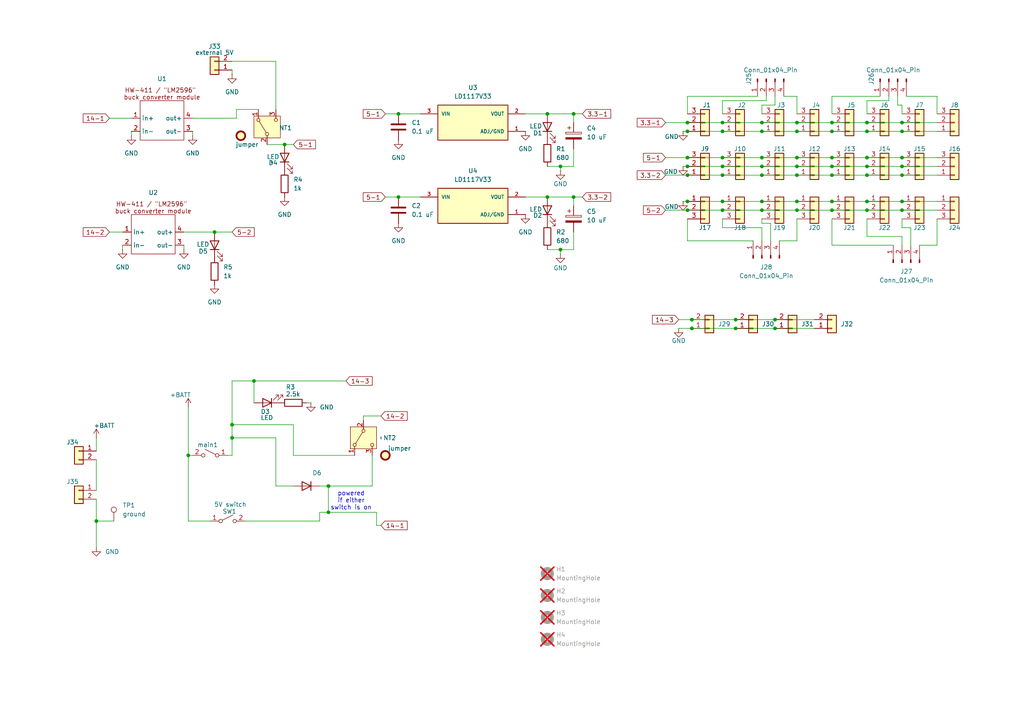
<source format=kicad_sch>
(kicad_sch (version 20250114) (generator "eeschema") (generator_version "9.0")
  (paper "A4")
  (title_block (title "218-PDB") (rev "2.0") (company "SPDL") (comment 1 "v2.0 by Joshua Phelps joshuaphelps127@gmail.com joshua18@stanford.edu"))
  (lib_symbols
    (symbol "218-pdb:Conn_01x02" (pin_names (offset 1.016) (hide yes))
      (property "Reference" "J" (at 0 2.54 0))
      (symbol "Conn_01x02_1_1"
        (pin passive line (at -5.08 0 0) (length 3.81) (name "Pin_1") (number "1"))
        (pin passive line (at -5.08 -2.54 0) (length 3.81) (name "Pin_2") (number "2"))
      )
    )
    (symbol "218-pdb:Conn_01x03" (pin_names (offset 1.016) (hide yes))
      (property "Reference" "J" (at 0 5.08 0))
      (symbol "Conn_01x03_1_1"
        (pin passive line (at -5.08 2.54 0) (length 3.81) (name "Pin_1") (number "1"))
        (pin passive line (at -5.08 0 0) (length 3.81) (name "Pin_2") (number "2"))
        (pin passive line (at -5.08 -2.54 0) (length 3.81) (name "Pin_3") (number "3"))
      )
    )
    (symbol "218-pdb:LD1117V33" (pin_names (offset 1.016))
      (property "Reference" "U" (at -10.16 5.842 0))
      (property "Value" "LD1117V33" (at -10.16 -7.62 0))
      (symbol "LD1117V33_0_0"
        (pin input line (at -15.24 2.54 0) (length 5.08) (name "VIN") (number "3"))
        (pin output line (at 15.24 2.54 180) (length 5.08) (name "VOUT") (number "2"))
        (pin passive line (at 15.24 -2.54 180) (length 5.08) (name "ADJ/GND") (number "1"))
      )
    )
    (symbol "218-pdb:buck_converter_module"
      (property "Reference" "U" (at 0 1.27 0))
      (symbol "buck_converter_module_1_1"
        (text "HW-411 / \"LM2596\" \nbuck converter module" (at 0 4.572 0) (effects (font (size 1.27 1.27))))
        (pin power_in line (at -8.89 -2.54 0) (length 2.54) (name "in+") (number "1"))
        (pin power_in line (at -8.89 -6.35 0) (length 2.54) (name "in-") (number "2"))
        (pin power_out line (at 8.89 -2.54 180) (length 2.54) (name "out+") (number "4"))
        (pin power_out line (at 8.89 -6.35 180) (length 2.54) (name "out-") (number "3"))
      )
    )
    (symbol "Connector:Conn_01x04_Pin" (pin_names (offset 1.016) (hide yes))
      (property "Reference" "J" (at 0 5.08 0))
      (property "Value" "Conn_01x04_Pin" (at 0 -7.62 0))
      (symbol "Conn_01x04_Pin_1_1"
        (pin passive line (at 5.08 2.54 180) (length 3.81) (name "Pin_1") (number "1"))
        (pin passive line (at 5.08 0 180) (length 3.81) (name "Pin_2") (number "2"))
        (pin passive line (at 5.08 -2.54 180) (length 3.81) (name "Pin_3") (number "3"))
        (pin passive line (at 5.08 -5.08 180) (length 3.81) (name "Pin_4") (number "4"))
      )
    )
    (symbol "Connector:TestPoint" (pin_numbers (hide yes)) (pin_names (offset 0.762) (hide yes))
      (property "Reference" "TP" (at 0 6.858 0))
      (property "Value" "TestPoint" (at 0 5.08 0))
      (symbol "TestPoint_1_1"
        (pin passive line (at 0 0 90) (length 2.54) (name "1") (number "1"))
      )
    )
    (symbol "Device:C" (pin_numbers (hide yes)) (pin_names (offset 0.254))
      (property "Reference" "C" (at 0.635 2.54 0))
      (property "Value" "C" (at 0.635 -2.54 0))
      (symbol "C_1_1"
        (pin passive line (at 0 3.81 270) (length 2.794) (name "~") (number "1"))
        (pin passive line (at 0 -3.81 90) (length 2.794) (name "~") (number "2"))
      )
    )
    (symbol "Device:C_Polarized" (pin_numbers (hide yes)) (pin_names (offset 0.254))
      (property "Reference" "C" (at 0.635 2.54 0))
      (property "Value" "C_Polarized" (at 0.635 -2.54 0))
      (symbol "C_Polarized_1_1"
        (pin passive line (at 0 3.81 270) (length 2.794) (name "~") (number "1"))
        (pin passive line (at 0 -3.81 90) (length 2.794) (name "~") (number "2"))
      )
    )
    (symbol "Device:D" (pin_numbers (hide yes)) (pin_names (offset 1.016) (hide yes))
      (property "Reference" "D" (at 0 2.54 0))
      (property "Value" "D" (at 0 -2.54 0))
      (symbol "D_1_1"
        (pin passive line (at -3.81 0 0) (length 2.54) (name "K") (number "1"))
        (pin passive line (at 3.81 0 180) (length 2.54) (name "A") (number "2"))
      )
    )
    (symbol "Device:LED" (pin_numbers (hide yes)) (pin_names (offset 1.016) (hide yes))
      (property "Reference" "D" (at 0 2.54 0))
      (property "Value" "LED" (at 0 -2.54 0))
      (symbol "LED_1_1"
        (pin passive line (at -3.81 0 0) (length 2.54) (name "K") (number "1"))
        (pin passive line (at 3.81 0 180) (length 2.54) (name "A") (number "2"))
      )
    )
    (symbol "Device:R" (pin_numbers (hide yes)) (pin_names (offset 0))
      (property "Reference" "R" (at 2.032 0 90))
      (property "Value" "R" (at 0 0 90))
      (symbol "R_1_1"
        (pin passive line (at 0 3.81 270) (length 1.27) (name "~") (number "1"))
        (pin passive line (at 0 -3.81 90) (length 1.27) (name "~") (number "2"))
      )
    )
    (symbol "Mechanical:Fiducial" (in_bom no)
      (property "Reference" "FID" (at 0 5.08 0))
      (property "Value" "Fiducial" (at 0 3.175 0))
    )
    (symbol "Mechanical:MountingHole" (pin_names (offset 1.016)) (in_bom no)
      (property "Reference" "H" (at 0 5.08 0))
      (property "Value" "MountingHole" (at 0 3.175 0))
    )
    (symbol "Switch:SW_SPDT" (pin_names (offset 0) (hide yes))
      (property "Reference" "SW" (at 0 5.08 0))
      (property "Value" "SW_SPDT" (at 0 -5.08 0))
      (symbol "SW_SPDT_1_1"
        (pin passive line (at -5.08 0 0) (length 2.54) (name "B") (number "2"))
        (pin passive line (at 5.08 2.54 180) (length 2.54) (name "A") (number "1"))
        (pin passive line (at 5.08 -2.54 180) (length 2.54) (name "C") (number "3"))
      )
    )
    (symbol "Switch:SW_SPST" (pin_names (offset 0) (hide yes))
      (property "Reference" "SW" (at 0 3.175 0))
      (property "Value" "SW_SPST" (at 0 -2.54 0))
      (symbol "SW_SPST_1_1"
        (pin passive line (at -5.08 0 0) (length 2.54) (name "A") (number "1"))
        (pin passive line (at 5.08 0 180) (length 2.54) (name "B") (number "2"))
      )
    )
    (symbol "power:+BATT" (power) (pin_numbers (hide yes)) (pin_names (offset 0) (hide yes))
      (property "Value" "+BATT" (at 0 3.556 0))
      (symbol "+BATT_1_1"
        (pin power_in line (at 0 0 90) (length 0) (name "~") (number "1"))
      )
    )
    (symbol "power:GND" (power) (pin_numbers (hide yes)) (pin_names (offset 0) (hide yes))
      (property "Value" "GND" (at 0 -3.81 0))
      (symbol "GND_1_1"
        (pin power_in line (at 0 0 270) (length 0) (name "~") (number "1"))
      )
    )
  )
  (text "powered\nif either\nswitch is on" (at 101.854 145.288 0) (effects (font (size 1.27 1.27))))
  (junction (at 115.57 57.15))
  (junction (at 224.79 92.71))
  (junction (at 261.62 45.72))
  (junction (at 209.55 38.1))
  (junction (at 220.98 45.72))
  (junction (at 241.3 35.56))
  (junction (at 200.66 92.71))
  (junction (at 199.39 45.72))
  (junction (at 158.75 57.15))
  (junction (at 27.94 151.13))
  (junction (at 166.37 33.02))
  (junction (at 67.31 123.19))
  (junction (at 251.46 50.8))
  (junction (at 220.98 60.96))
  (junction (at 67.31 127))
  (junction (at 162.56 48.26))
  (junction (at 261.62 50.8))
  (junction (at 199.39 48.26))
  (junction (at 199.39 50.8))
  (junction (at 199.39 60.96))
  (junction (at 251.46 35.56))
  (junction (at 251.46 38.1))
  (junction (at 199.39 58.42))
  (junction (at 220.98 58.42))
  (junction (at 73.66 110.49))
  (junction (at 261.62 60.96))
  (junction (at 241.3 48.26))
  (junction (at 62.23 67.31))
  (junction (at 261.62 38.1))
  (junction (at 261.62 48.26))
  (junction (at 220.98 38.1))
  (junction (at 95.25 148.59))
  (junction (at 220.98 48.26))
  (junction (at 213.36 95.25))
  (junction (at 251.46 60.96))
  (junction (at 231.14 45.72))
  (junction (at 199.39 35.56))
  (junction (at 115.57 33.02))
  (junction (at 54.61 132.08))
  (junction (at 231.14 35.56))
  (junction (at 241.3 60.96))
  (junction (at 261.62 58.42))
  (junction (at 241.3 45.72))
  (junction (at 158.75 33.02))
  (junction (at 209.55 35.56))
  (junction (at 199.39 38.1))
  (junction (at 209.55 50.8))
  (junction (at 209.55 48.26))
  (junction (at 209.55 45.72))
  (junction (at 251.46 48.26))
  (junction (at 209.55 60.96))
  (junction (at 251.46 58.42))
  (junction (at 166.37 57.15))
  (junction (at 200.66 95.25))
  (junction (at 82.55 41.91))
  (junction (at 231.14 50.8))
  (junction (at 213.36 92.71))
  (junction (at 251.46 45.72))
  (junction (at 241.3 58.42))
  (junction (at 261.62 35.56))
  (junction (at 209.55 58.42))
  (junction (at 231.14 48.26))
  (junction (at 241.3 38.1))
  (junction (at 95.25 140.97))
  (junction (at 220.98 35.56))
  (junction (at 162.56 72.39))
  (junction (at 220.98 50.8))
  (junction (at 231.14 38.1))
  (junction (at 224.79 95.25))
  (junction (at 231.14 60.96))
  (junction (at 241.3 50.8))
  (junction (at 231.14 58.42))
  (wire (pts (xy 251.46 38.1) (xy 261.62 38.1)))
  (wire (pts (xy 262.89 27.94) (xy 271.78 27.94)))
  (wire (pts (xy 199.39 48.26) (xy 209.55 48.26)))
  (wire (pts (xy 92.71 151.13) (xy 92.71 148.59)))
  (wire (pts (xy 31.75 67.31) (xy 35.56 67.31)))
  (wire (pts (xy 209.55 48.26) (xy 220.98 48.26)))
  (wire (pts (xy 38.1 34.29) (xy 31.75 34.29)))
  (wire (pts (xy 271.78 27.94) (xy 271.78 33.02)))
  (wire (pts (xy 251.46 48.26) (xy 261.62 48.26)))
  (wire (pts (xy 231.14 60.96) (xy 241.3 60.96)))
  (wire (pts (xy 107.95 140.97) (xy 107.95 132.08)))
  (wire (pts (xy 95.25 140.97) (xy 95.25 148.59)))
  (wire (pts (xy 35.56 71.12) (xy 35.56 72.39)))
  (wire (pts (xy 166.37 43.18) (xy 166.37 48.26)))
  (wire (pts (xy 105.41 120.65) (xy 110.49 120.65)))
  (wire (pts (xy 198.12 58.42) (xy 199.39 58.42)))
  (wire (pts (xy 264.16 66.04) (xy 261.62 66.04)))
  (wire (pts (xy 67.31 21.59) (xy 67.31 20.32)))
  (wire (pts (xy 85.09 132.08) (xy 85.09 123.19)))
  (wire (pts (xy 85.09 123.19) (xy 67.31 123.19)))
  (wire (pts (xy 251.46 35.56) (xy 261.62 35.56)))
  (wire (pts (xy 109.22 152.4) (xy 110.49 152.4)))
  (wire (pts (xy 162.56 72.39) (xy 166.37 72.39)))
  (wire (pts (xy 162.56 48.26) (xy 158.75 48.26)))
  (wire (pts (xy 209.55 45.72) (xy 220.98 45.72)))
  (wire (pts (xy 261.62 68.58) (xy 261.62 71.12)))
  (wire (pts (xy 251.46 50.8) (xy 261.62 50.8)))
  (wire (pts (xy 73.66 110.49) (xy 73.66 116.84)))
  (wire (pts (xy 27.94 127) (xy 27.94 130.81)))
  (wire (pts (xy 111.76 57.15) (xy 115.57 57.15)))
  (wire (pts (xy 67.31 110.49) (xy 67.31 123.19)))
  (wire (pts (xy 209.55 33.02) (xy 209.55 29.21)))
  (wire (pts (xy 241.3 35.56) (xy 251.46 35.56)))
  (wire (pts (xy 209.55 50.8) (xy 220.98 50.8)))
  (wire (pts (xy 77.47 41.91) (xy 82.55 41.91)))
  (wire (pts (xy 38.1 38.1) (xy 38.1 39.37)))
  (wire (pts (xy 220.98 45.72) (xy 231.14 45.72)))
  (wire (pts (xy 200.66 95.25) (xy 213.36 95.25)))
  (wire (pts (xy 241.3 71.12) (xy 259.08 71.12)))
  (wire (pts (xy 90.17 116.84) (xy 88.9 116.84)))
  (wire (pts (xy 224.79 27.94) (xy 224.79 30.48)))
  (wire (pts (xy 152.4 33.02) (xy 158.75 33.02)))
  (wire (pts (xy 251.46 60.96) (xy 261.62 60.96)))
  (wire (pts (xy 105.41 120.65) (xy 105.41 121.92)))
  (wire (pts (xy 68.58 34.29) (xy 68.58 31.75)))
  (wire (pts (xy 102.87 132.08) (xy 85.09 132.08)))
  (wire (pts (xy 54.61 132.08) (xy 55.88 132.08)))
  (wire (pts (xy 220.98 48.26) (xy 231.14 48.26)))
  (wire (pts (xy 220.98 60.96) (xy 231.14 60.96)))
  (wire (pts (xy 227.33 27.94) (xy 231.14 27.94)))
  (wire (pts (xy 231.14 50.8) (xy 241.3 50.8)))
  (wire (pts (xy 222.25 29.21) (xy 222.25 27.94)))
  (wire (pts (xy 162.56 48.26) (xy 166.37 48.26)))
  (wire (pts (xy 152.4 57.15) (xy 158.75 57.15)))
  (wire (pts (xy 85.09 140.97) (xy 80.01 140.97)))
  (wire (pts (xy 199.39 38.1) (xy 198.12 38.1)))
  (wire (pts (xy 241.3 45.72) (xy 251.46 45.72)))
  (wire (pts (xy 73.66 110.49) (xy 100.33 110.49)))
  (wire (pts (xy 220.98 30.48) (xy 224.79 30.48)))
  (wire (pts (xy 85.09 41.91) (xy 82.55 41.91)))
  (wire (pts (xy 241.3 38.1) (xy 251.46 38.1)))
  (wire (pts (xy 251.46 33.02) (xy 251.46 29.21)))
  (wire (pts (xy 193.04 50.8) (xy 199.39 50.8)))
  (wire (pts (xy 199.39 45.72) (xy 209.55 45.72)))
  (wire (pts (xy 27.94 151.13) (xy 33.02 151.13)))
  (wire (pts (xy 261.62 58.42) (xy 271.78 58.42)))
  (wire (pts (xy 95.25 148.59) (xy 109.22 148.59)))
  (wire (pts (xy 209.55 29.21) (xy 222.25 29.21)))
  (wire (pts (xy 111.76 33.02) (xy 115.57 33.02)))
  (wire (pts (xy 166.37 33.02) (xy 158.75 33.02)))
  (wire (pts (xy 220.98 66.04) (xy 220.98 69.85)))
  (wire (pts (xy 166.37 57.15) (xy 168.91 57.15)))
  (wire (pts (xy 231.14 45.72) (xy 241.3 45.72)))
  (wire (pts (xy 251.46 45.72) (xy 261.62 45.72)))
  (wire (pts (xy 271.78 71.12) (xy 266.7 71.12)))
  (wire (pts (xy 261.62 35.56) (xy 271.78 35.56)))
  (wire (pts (xy 251.46 63.5) (xy 251.46 68.58)))
  (wire (pts (xy 261.62 63.5) (xy 261.62 66.04)))
  (wire (pts (xy 220.98 33.02) (xy 220.98 30.48)))
  (wire (pts (xy 193.04 35.56) (xy 199.39 35.56)))
  (wire (pts (xy 27.94 144.78) (xy 27.94 151.13)))
  (wire (pts (xy 209.55 60.96) (xy 220.98 60.96)))
  (wire (pts (xy 196.85 95.25) (xy 200.66 95.25)))
  (wire (pts (xy 261.62 30.48) (xy 260.35 30.48)))
  (wire (pts (xy 193.04 60.96) (xy 199.39 60.96)))
  (wire (pts (xy 109.22 152.4) (xy 109.22 148.59)))
  (wire (pts (xy 67.31 123.19) (xy 67.31 127)))
  (wire (pts (xy 220.98 63.5) (xy 220.98 64.77)))
  (wire (pts (xy 261.62 60.96) (xy 271.78 60.96)))
  (wire (pts (xy 55.88 38.1) (xy 55.88 39.37)))
  (wire (pts (xy 199.39 58.42) (xy 209.55 58.42)))
  (wire (pts (xy 220.98 38.1) (xy 231.14 38.1)))
  (wire (pts (xy 199.39 50.8) (xy 209.55 50.8)))
  (wire (pts (xy 27.94 133.35) (xy 27.94 142.24)))
  (wire (pts (xy 224.79 95.25) (xy 236.22 95.25)))
  (wire (pts (xy 251.46 68.58) (xy 261.62 68.58)))
  (wire (pts (xy 193.04 45.72) (xy 199.39 45.72)))
  (wire (pts (xy 251.46 58.42) (xy 261.62 58.42)))
  (wire (pts (xy 67.31 127) (xy 67.31 132.08)))
  (wire (pts (xy 241.3 58.42) (xy 251.46 58.42)))
  (wire (pts (xy 27.94 151.13) (xy 27.94 158.75)))
  (wire (pts (xy 220.98 64.77) (xy 223.52 64.77)))
  (wire (pts (xy 231.14 27.94) (xy 231.14 33.02)))
  (wire (pts (xy 220.98 58.42) (xy 231.14 58.42)))
  (wire (pts (xy 219.71 27.94) (xy 199.39 27.94)))
  (wire (pts (xy 199.39 38.1) (xy 209.55 38.1)))
  (wire (pts (xy 115.57 57.15) (xy 121.92 57.15)))
  (wire (pts (xy 80.01 127) (xy 67.31 127)))
  (wire (pts (xy 162.56 73.66) (xy 162.56 72.39)))
  (wire (pts (xy 261.62 45.72) (xy 271.78 45.72)))
  (wire (pts (xy 54.61 118.11) (xy 54.61 132.08)))
  (wire (pts (xy 241.3 50.8) (xy 251.46 50.8)))
  (wire (pts (xy 261.62 33.02) (xy 261.62 30.48)))
  (wire (pts (xy 199.39 69.85) (xy 218.44 69.85)))
  (wire (pts (xy 53.34 67.31) (xy 62.23 67.31)))
  (wire (pts (xy 251.46 29.21) (xy 257.81 29.21)))
  (wire (pts (xy 55.88 34.29) (xy 68.58 34.29)))
  (wire (pts (xy 92.71 140.97) (xy 95.25 140.97)))
  (wire (pts (xy 257.81 29.21) (xy 257.81 27.94)))
  (wire (pts (xy 67.31 110.49) (xy 73.66 110.49)))
  (wire (pts (xy 80.01 17.78) (xy 80.01 31.75)))
  (wire (pts (xy 71.12 151.13) (xy 92.71 151.13)))
  (wire (pts (xy 264.16 71.12) (xy 264.16 66.04)))
  (wire (pts (xy 209.55 38.1) (xy 220.98 38.1)))
  (wire (pts (xy 95.25 140.97) (xy 107.95 140.97)))
  (wire (pts (xy 54.61 132.08) (xy 54.61 151.13)))
  (wire (pts (xy 53.34 71.12) (xy 53.34 72.39)))
  (wire (pts (xy 261.62 48.26) (xy 271.78 48.26)))
  (wire (pts (xy 196.85 92.71) (xy 200.66 92.71)))
  (wire (pts (xy 199.39 35.56) (xy 209.55 35.56)))
  (wire (pts (xy 241.3 63.5) (xy 241.3 71.12)))
  (wire (pts (xy 224.79 92.71) (xy 236.22 92.71)))
  (wire (pts (xy 241.3 27.94) (xy 255.27 27.94)))
  (wire (pts (xy 166.37 59.69) (xy 166.37 57.15)))
  (wire (pts (xy 62.23 67.31) (xy 67.31 67.31)))
  (wire (pts (xy 231.14 35.56) (xy 241.3 35.56)))
  (wire (pts (xy 231.14 48.26) (xy 241.3 48.26)))
  (wire (pts (xy 80.01 140.97) (xy 80.01 127)))
  (wire (pts (xy 231.14 58.42) (xy 241.3 58.42)))
  (wire (pts (xy 220.98 50.8) (xy 231.14 50.8)))
  (wire (pts (xy 241.3 33.02) (xy 241.3 27.94)))
  (wire (pts (xy 209.55 58.42) (xy 220.98 58.42)))
  (wire (pts (xy 166.37 35.56) (xy 166.37 33.02)))
  (wire (pts (xy 200.66 92.71) (xy 213.36 92.71)))
  (wire (pts (xy 199.39 63.5) (xy 199.39 69.85)))
  (wire (pts (xy 166.37 67.31) (xy 166.37 72.39)))
  (wire (pts (xy 198.12 48.26) (xy 199.39 48.26)))
  (wire (pts (xy 92.71 148.59) (xy 95.25 148.59)))
  (wire (pts (xy 231.14 63.5) (xy 231.14 69.85)))
  (wire (pts (xy 260.35 27.94) (xy 260.35 30.48)))
  (wire (pts (xy 223.52 64.77) (xy 223.52 69.85)))
  (wire (pts (xy 199.39 60.96) (xy 209.55 60.96)))
  (wire (pts (xy 261.62 38.1) (xy 271.78 38.1)))
  (wire (pts (xy 231.14 38.1) (xy 241.3 38.1)))
  (wire (pts (xy 261.62 50.8) (xy 271.78 50.8)))
  (wire (pts (xy 115.57 33.02) (xy 121.92 33.02)))
  (wire (pts (xy 271.78 63.5) (xy 271.78 71.12)))
  (wire (pts (xy 166.37 33.02) (xy 168.91 33.02)))
  (wire (pts (xy 220.98 35.56) (xy 231.14 35.56)))
  (wire (pts (xy 68.58 31.75) (xy 74.93 31.75)))
  (wire (pts (xy 209.55 66.04) (xy 220.98 66.04)))
  (wire (pts (xy 166.37 57.15) (xy 158.75 57.15)))
  (wire (pts (xy 213.36 95.25) (xy 224.79 95.25)))
  (wire (pts (xy 162.56 72.39) (xy 158.75 72.39)))
  (wire (pts (xy 209.55 35.56) (xy 220.98 35.56)))
  (wire (pts (xy 209.55 63.5) (xy 209.55 66.04)))
  (wire (pts (xy 241.3 48.26) (xy 251.46 48.26)))
  (wire (pts (xy 162.56 49.53) (xy 162.56 48.26)))
  (wire (pts (xy 199.39 27.94) (xy 199.39 33.02)))
  (wire (pts (xy 54.61 151.13) (xy 60.96 151.13)))
  (wire (pts (xy 213.36 92.71) (xy 224.79 92.71)))
  (wire (pts (xy 67.31 17.78) (xy 80.01 17.78)))
  (wire (pts (xy 66.04 132.08) (xy 67.31 132.08)))
  (wire (pts (xy 241.3 60.96) (xy 251.46 60.96)))
  (wire (pts (xy 231.14 69.85) (xy 226.06 69.85)))
  (global_label "5-2" (shape input) (at 193.04 60.96 180) (property "Intersheetrefs" "${INTERSHEET_REFS}" (effects (hide yes))))
  (global_label "5-1" (shape input) (at 85.09 41.91 0) (property "Intersheetrefs" "${INTERSHEET_REFS}" (effects (hide yes))))
  (global_label "3.3-1" (shape input) (at 168.91 33.02 0) (property "Intersheetrefs" "${INTERSHEET_REFS}" (effects (hide yes))))
  (global_label "14-1" (shape input) (at 110.49 152.4 0) (property "Intersheetrefs" "${INTERSHEET_REFS}" (effects (hide yes))))
  (global_label "14-3" (shape input) (at 196.85 92.71 180) (property "Intersheetrefs" "${INTERSHEET_REFS}" (effects (hide yes))))
  (global_label "14-3" (shape input) (at 100.33 110.49 0) (property "Intersheetrefs" "${INTERSHEET_REFS}" (effects (hide yes))))
  (global_label "3.3-1" (shape input) (at 193.04 35.56 180) (property "Intersheetrefs" "${INTERSHEET_REFS}" (effects (hide yes))))
  (global_label "5-2" (shape input) (at 67.31 67.31 0) (property "Intersheetrefs" "${INTERSHEET_REFS}" (effects (hide yes))))
  (global_label "14-2" (shape input) (at 110.49 120.65 0) (property "Intersheetrefs" "${INTERSHEET_REFS}" (effects (hide yes))))
  (global_label "5-1" (shape input) (at 111.76 33.02 180) (property "Intersheetrefs" "${INTERSHEET_REFS}" (effects (hide yes))))
  (global_label "5-1" (shape input) (at 193.04 45.72 180) (property "Intersheetrefs" "${INTERSHEET_REFS}" (effects (hide yes))))
  (global_label "3.3-2" (shape input) (at 168.91 57.15 0) (property "Intersheetrefs" "${INTERSHEET_REFS}" (effects (hide yes))))
  (global_label "5-1" (shape input) (at 111.76 57.15 180) (property "Intersheetrefs" "${INTERSHEET_REFS}" (effects (hide yes))))
  (global_label "3.3-2" (shape input) (at 193.04 50.8 180) (property "Intersheetrefs" "${INTERSHEET_REFS}" (effects (hide yes))))
  (global_label "14-2" (shape input) (at 31.75 67.31 180) (property "Intersheetrefs" "${INTERSHEET_REFS}" (effects (hide yes))))
  (global_label "14-1" (shape input) (at 31.75 34.29 180) (property "Intersheetrefs" "${INTERSHEET_REFS}" (effects (hide yes))))
  (symbol (lib_id "power:GND") (at 27.94 158.75 0) (unit 1)
    (property "Reference" "#PWR019" (effects (hide yes)))
    (property "Value" "GND" (at 30.48 160.0199 0) (effects (justify left)))
    (property "Description" "Power symbol creates a global label with name \"GND\" , ground" (effects (hide yes)))
  )
  (symbol (lib_id "218-pdb:Conn_01x02") (at 229.87 95.25 0) (mirror x) (unit 1)
    (property "Reference" "J31" (at 232.41 93.9801 0) (effects (justify left)))
    (property "Value" "14 V molex" (effects (hide yes)))
    (property "Footprint" "218-pdb:Molex_KK-396_A-41791-0002_1x02_P3.96mm_Vertical" (effects (hide yes)))
    (property "Datasheet" "https://www.digikey.com/en/products/detail/molex/0026604020/88712" (effects (hide yes)))
    (property "Description" "Generic connector, single row, 01x02, script generated (kicad-library-utils/schlib/autogen/connector/)" (effects (hide yes)))
    (property "mount_type" "tht" (effects (hide yes)))
    (property "Part_Number" "2 pin KK396 molex 0026604020" (effects (hide yes)))
  )
  (symbol (lib_id "Device:LED") (at 62.23 71.12 90) (unit 1)
    (property "Reference" "D5" (at 58.928 72.898 90))
    (property "Value" "LED" (at 60.706 70.866 90) (effects (justify left)))
    (property "Footprint" "218-pdb:LED_D3.0mm" (effects (hide yes)))
    (property "Description" "Light emitting diode" (effects (hide yes)))
    (property "Sim.Pins" "1=K 2=A" (effects (hide yes)))
    (property "mount_type" "tht" (effects (hide yes)))
    (property "Part_Number" "3 mm diameter LED" (effects (hide yes)))
  )
  (symbol (lib_id "218-pdb:Conn_01x02") (at 22.86 130.81 0) (mirror y) (unit 1)
    (property "Reference" "J34" (at 22.8601 128.27 0) (effects (justify left)))
    (property "Value" "battery" (effects (hide yes)))
    (property "Footprint" "218-pdb:CUI_TB007-508-02BE" (effects (hide yes)))
    (property "Description" "Generic connector, single row, 01x02, script generated (kicad-library-utils/schlib/autogen/connector/)" (effects (hide yes)))
    (property "mount_type" "tht" (effects (hide yes)))
    (property "Part_Number" "screw terminal, 5.08\" pitch, TB007-508-02BE" (effects (hide yes)))
  )
  (symbol (lib_id "Device:C_Polarized") (at 166.37 39.37 0) (unit 1)
    (property "Reference" "C4" (at 170.18 37.2109 0) (effects (justify left)))
    (property "Value" "10 uF" (at 170.18 39.7509 0) (effects (justify left)))
    (property "Footprint" "Capacitor_THT:C_Disc_D3.8mm_W2.6mm_P2.50mm" (effects (hide yes)))
    (property "Description" "Polarized capacitor" (effects (hide yes)))
    (property "mount_type" "tht" (effects (hide yes)))
    (property "Part_Number" "10uF tantalum (polarized) capacitor" (effects (hide yes)))
  )
  (symbol (lib_id "218-pdb:LD1117V33") (at 137.16 35.56 0) (unit 1)
    (property "Reference" "U3" (at 137.16 25.4 0))
    (property "Value" "LD1117V33" (at 137.16 27.94 0))
    (property "Footprint" "218-pdb:TO255P1020X450X1968-3" (effects (hide yes)))
    (property "Datasheet" "https://www.digikey.com/en/products/detail/stmicroelectronics/LD1117V33/586012" (effects (hide yes)))
    (property "DigiKey_Part_Number" "497-1491-5-ND" (effects (hide yes)))
    (property "SnapEDA_Link" "https://www.snapeda.com/parts/LD1117V33/STMicroelectronics/view-part/?ref=snap" (effects (hide yes)))
    (property "MAXIMUM_PACKAGE_HEIGHT" "19.68mm" (effects (hide yes)))
    (property "Package" "TO-220 STMicroelectronics" (effects (hide yes)))
    (property "Check_prices" "https://www.snapeda.com/parts/LD1117V33/STMicroelectronics/view-part/?ref=eda" (effects (hide yes)))
    (property "STANDARD" "IPC-7351B" (effects (hide yes)))
    (property "PARTREV" "37" (effects (hide yes)))
    (property "MF" "STMicroelectronics" (effects (hide yes)))
    (property "MP" "LD1117V33" (effects (hide yes)))
    (property "Description_1" "Linear Voltage Regulator IC Positive Fixed 1 Output  800mA TO-220AB" (effects (hide yes)))
    (property "MANUFACTURER" "ST Microelectronics" (effects (hide yes)))
    (property "Manufacturer_Name" "STMicroelectronics" (effects (hide yes)))
    (property "digikey_part_number" "497-1491-5-ND" (effects (hide yes)))
    (property "mount_type" "tht" (effects (hide yes)))
    (property "Part_Number" "LD1117V33" (effects (hide yes)))
  )
  (symbol (lib_id "power:GND") (at 198.12 58.42 0) (unit 1)
    (property "Reference" "#PWR7" (effects (hide yes)))
    (property "Value" "GND" (at 194.818 59.944 0))
    (property "Description" "Power symbol creates a global label with name \"GND\" , ground" (effects (hide yes)))
  )
  (symbol (lib_id "Device:LED") (at 158.75 36.83 90) (unit 1)
    (property "Reference" "D1" (at 155.956 38.608 90))
    (property "Value" "LED" (at 157.226 36.576 90) (effects (justify left)))
    (property "Footprint" "218-pdb:LED_D3.0mm" (effects (hide yes)))
    (property "Description" "Light emitting diode" (effects (hide yes)))
    (property "Sim.Pins" "1=K 2=A" (effects (hide yes)))
    (property "mount_type" "tht" (effects (hide yes)))
    (property "Part_Number" "3 mm diameter LED" (effects (hide yes)))
  )
  (symbol (lib_id "Connector:TestPoint") (at 33.02 151.13 0) (unit 1)
    (property "Reference" "TP1" (at 35.56 146.5579 0) (effects (justify left)))
    (property "Value" "ground" (at 35.56 149.0979 0) (effects (justify left)))
    (property "Footprint" "TestPoint:TestPoint_Bridge_Pitch5.08mm_Drill0.7mm" (effects (hide yes)))
    (property "Description" "test point" (effects (hide yes)))
    (property "Part_Number" "piece of wire" (effects (hide yes)))
  )
  (symbol (lib_id "power:GND") (at 115.57 40.64 0) (unit 1)
    (property "Reference" "#PWR9" (effects (hide yes)))
    (property "Value" "GND" (at 115.57 45.72 0))
    (property "Description" "Power symbol creates a global label with name \"GND\" , ground" (effects (hide yes)))
  )
  (symbol (lib_id "power:GND") (at 62.23 82.55 0) (unit 1)
    (property "Reference" "#PWR17" (effects (hide yes)))
    (property "Value" "GND" (at 62.23 87.63 0))
    (property "Description" "Power symbol creates a global label with name \"GND\" , ground" (effects (hide yes)))
  )
  (symbol (lib_id "218-pdb:Conn_01x03") (at 256.54 35.56 0) (mirror x) (unit 1)
    (property "Reference" "J6" (at 256.54 30.48 0))
    (property "Value" "Conn_01x03" (effects (hide yes)))
    (property "Footprint" "218-pdb:Molex_KK-254_AE-6410-03A_1x03_P2.54mm_Vertical" (effects (hide yes)))
    (property "Datasheet" "https://www.digikey.com/en/products/detail/molex/0022232031/26669" (effects (hide yes)))
    (property "Description" "Generic connector, single row, 01x03, script generated (kicad-library-utils/schlib/autogen/connector/)" (effects (hide yes)))
    (property "mount_type" "tht" (effects (hide yes)))
    (property "Part_Number" "3 pin KK254 molex 0022232031" (effects (hide yes)))
  )
  (symbol (lib_id "Device:D") (at 88.9 140.97 180) (unit 1)
    (property "Reference" "D6" (at 91.948 137.16 0))
    (property "Value" "D" (effects (hide yes)))
    (property "Footprint" "Diode_THT:D_DO-41_SOD81_P2.54mm_Vertical_AnodeUp" (effects (hide yes)))
    (property "Description" "Diode" (effects (hide yes)))
    (property "Sim.Device" "D" (effects (hide yes)))
    (property "Sim.Pins" "1=K 2=A" (effects (hide yes)))
  )
  (symbol (lib_id "power:GND") (at 196.85 95.25 0) (mirror y) (unit 1)
    (property "Reference" "#PWR018" (effects (hide yes)))
    (property "Value" "GND" (at 196.85 98.806 0))
    (property "Description" "Power symbol creates a global label with name \"GND\" , ground" (effects (hide yes)))
  )
  (symbol (lib_id "power:GND") (at 82.55 57.15 0) (unit 1)
    (property "Reference" "#PWR16" (effects (hide yes)))
    (property "Value" "GND" (at 82.55 62.23 0))
    (property "Description" "Power symbol creates a global label with name \"GND\" , ground" (effects (hide yes)))
  )
  (symbol (lib_id "Device:R") (at 158.75 44.45 0) (unit 1)
    (property "Reference" "R1" (at 161.29 43.1799 0) (effects (justify left)))
    (property "Value" "680" (at 161.29 45.7199 0) (effects (justify left)))
    (property "Footprint" "Resistor_THT:R_Axial_DIN0309_L9.0mm_D3.2mm_P2.54mm_Vertical" (effects (hide yes)))
    (property "Description" "Resistor" (effects (hide yes)))
    (property "Manufacturer_Name" "any" (effects (hide yes)))
    (property "digikey_part_number" "n/a" (effects (hide yes)))
    (property "mount_type" "tht" (effects (hide yes)))
    (property "Part_Number" "spdl" (effects (hide yes)))
  )
  (symbol (lib_id "Device:C") (at 115.57 60.96 0) (unit 1)
    (property "Reference" "C2" (at 119.38 59.6899 0) (effects (justify left)))
    (property "Value" "0.1 uF" (at 119.38 62.2299 0) (effects (justify left)))
    (property "Footprint" "Capacitor_THT:C_Disc_D3.0mm_W2.0mm_P2.50mm" (effects (hide yes)))
    (property "Description" "Unpolarized capacitor" (effects (hide yes)))
    (property "mount_type" "tht" (effects (hide yes)))
    (property "Part_Number" "0.1 uF ceramic capacitor" (effects (hide yes)))
  )
  (symbol (lib_id "218-pdb:buck_converter_module") (at 46.99 31.75 0) (unit 1)
    (property "Reference" "U1" (at 46.99 22.86 0))
    (property "Footprint" "218-pdb:HW-411" (effects (hide yes)))
    (property "Datasheet" "https://www.amazon.com/LM2596-Converter-3-0-40V-1-5-35V-Supply/dp/B0CQZLV36Y" (effects (hide yes)))
    (property "Manufacturer_Name" "any" (effects (hide yes)))
    (property "digikey_part_number" "n/a" (effects (hide yes)))
    (property "mount_type" "tht" (effects (hide yes)))
    (property "Part_Number" "HW-411 lm2596 buck converter module" (effects (hide yes)))
  )
  (symbol (lib_id "Switch:SW_SPDT") (at 77.47 36.83 90) (unit 1)
    (property "Reference" "NT1" (at 82.804 37.084 90))
    (property "Value" "~" (at 78.74 46.99 0))
    (property "Footprint" "218-pdb:PinHeader_1x03_P2.54mm_Vertical" (effects (hide yes)))
    (property "Description" "Switch, single pole double throw" (effects (hide yes)))
    (property "Part_Number" "3 header pins 0.1\" pitch" (effects (hide yes)))
  )
  (symbol (lib_id "Mechanical:Fiducial") (at 69.85 39.37 0) (unit 1)
    (property "Reference" "FID3" (effects (hide yes)))
    (property "Value" "jumper" (at 68.326 41.91 0) (effects (justify left)))
    (property "Footprint" "218-pdb:jumper" (effects (hide yes)))
    (property "Description" "Fiducial Marker" (effects (hide yes)))
    (property "Part_Number" "pin jumper 0.1\" pitch Sullins QPC02SXGN-RC" (effects (hide yes)))
  )
  (symbol (lib_id "Mechanical:MountingHole") (at 158.75 185.42 0) (unit 1) (in_bom no) (dnp yes)
    (property "Reference" "H4" (at 161.29 184.1499 0) (effects (justify left)))
    (property "Value" "MountingHole" (at 161.29 186.6899 0) (effects (justify left)))
    (property "Footprint" "218-pdb:MountingHole_3.2mm_M3_ISO7380" (effects (hide yes)))
    (property "Description" "Mounting Hole without connection" (effects (hide yes)))
    (property "mount_type" "dnp" (effects (hide yes)))
  )
  (symbol (lib_id "power:GND") (at 115.57 64.77 0) (unit 1)
    (property "Reference" "#PWR10" (effects (hide yes)))
    (property "Value" "GND" (at 115.57 69.85 0))
    (property "Description" "Power symbol creates a global label with name \"GND\" , ground" (effects (hide yes)))
  )
  (symbol (lib_id "Device:R") (at 158.75 68.58 0) (unit 1)
    (property "Reference" "R2" (at 161.29 67.3099 0) (effects (justify left)))
    (property "Value" "680" (at 161.29 69.8499 0) (effects (justify left)))
    (property "Footprint" "Resistor_THT:R_Axial_DIN0309_L9.0mm_D3.2mm_P2.54mm_Vertical" (effects (hide yes)))
    (property "Description" "Resistor" (effects (hide yes)))
    (property "Manufacturer_Name" "any" (effects (hide yes)))
    (property "digikey_part_number" "n/a" (effects (hide yes)))
    (property "mount_type" "tht" (effects (hide yes)))
    (property "Part_Number" "spdl" (effects (hide yes)))
  )
  (symbol (lib_id "Switch:SW_SPDT") (at 105.41 127 90) (mirror x) (unit 1)
    (property "Reference" "NT2" (at 113.03 127 90))
    (property "Value" "~" (at 110.49 127 0))
    (property "Footprint" "218-pdb:PinHeader_1x03_P2.54mm_Vertical" (effects (hide yes)))
    (property "Description" "Switch, single pole double throw" (effects (hide yes)))
    (property "Part_Number" "3 header pins 0.1\" pitch" (effects (hide yes)))
  )
  (symbol (lib_id "power:GND") (at 198.12 48.26 0) (unit 1)
    (property "Reference" "#PWR011" (effects (hide yes)))
    (property "Value" "GND" (at 194.564 49.784 0))
    (property "Description" "Power symbol creates a global label with name \"GND\" , ground" (effects (hide yes)))
  )
  (symbol (lib_id "power:GND") (at 53.34 72.39 0) (unit 1)
    (property "Reference" "#PWR4" (effects (hide yes)))
    (property "Value" "GND" (at 53.34 77.47 0))
    (property "Description" "Power symbol creates a global label with name \"GND\" , ground" (effects (hide yes)))
  )
  (symbol (lib_id "Device:C") (at 115.57 36.83 0) (unit 1)
    (property "Reference" "C1" (at 119.38 35.5599 0) (effects (justify left)))
    (property "Value" "0.1 uF" (at 119.38 38.0999 0) (effects (justify left)))
    (property "Footprint" "Capacitor_THT:C_Disc_D3.0mm_W2.0mm_P2.50mm" (effects (hide yes)))
    (property "Description" "Unpolarized capacitor" (effects (hide yes)))
    (property "mount_type" "tht" (effects (hide yes)))
    (property "Part_Number" "0.1 uF ceramic capacitor" (effects (hide yes)))
  )
  (symbol (lib_id "218-pdb:Conn_01x03") (at 204.47 60.96 0) (unit 1)
    (property "Reference" "J17" (at 204.47 66.04 0))
    (property "Value" "Conn_01x03" (effects (hide yes)))
    (property "Footprint" "218-pdb:Molex_KK-254_AE-6410-03A_1x03_P2.54mm_Vertical" (effects (hide yes)))
    (property "Datasheet" "https://www.digikey.com/en/products/detail/molex/0022232031/26669" (effects (hide yes)))
    (property "Description" "Generic connector, single row, 01x03, script generated (kicad-library-utils/schlib/autogen/connector/)" (effects (hide yes)))
    (property "mount_type" "tht" (effects (hide yes)))
    (property "Part_Number" "3 pin KK254 molex 0022232031" (effects (hide yes)))
  )
  (symbol (lib_id "218-pdb:Conn_01x03") (at 266.7 35.56 0) (mirror x) (unit 1)
    (property "Reference" "J7" (at 266.7 30.48 0))
    (property "Value" "Conn_01x03" (effects (hide yes)))
    (property "Footprint" "218-pdb:Molex_KK-254_AE-6410-03A_1x03_P2.54mm_Vertical" (effects (hide yes)))
    (property "Datasheet" "https://www.digikey.com/en/products/detail/molex/0022232031/26669" (effects (hide yes)))
    (property "Description" "Generic connector, single row, 01x03, script generated (kicad-library-utils/schlib/autogen/connector/)" (effects (hide yes)))
    (property "mount_type" "tht" (effects (hide yes)))
    (property "Part_Number" "3 pin KK254 molex 0022232031" (effects (hide yes)))
  )
  (symbol (lib_id "Mechanical:MountingHole") (at 158.75 166.37 0) (unit 1) (in_bom no) (dnp yes)
    (property "Reference" "H1" (at 161.29 165.0999 0) (effects (justify left)))
    (property "Value" "MountingHole" (at 161.29 167.6399 0) (effects (justify left)))
    (property "Footprint" "218-pdb:MountingHole_3.2mm_M3_ISO7380" (effects (hide yes)))
    (property "Description" "Mounting Hole without connection" (effects (hide yes)))
    (property "mount_type" "dnp" (effects (hide yes)))
  )
  (symbol (lib_id "Switch:SW_SPST") (at 60.96 132.08 0) (mirror y) (unit 1)
    (property "Reference" "main1" (at 63.246 129.032 0) (effects (justify left)))
    (property "Value" "MotorSW" (effects (hide yes)))
    (property "Footprint" "218-pdb:CUI_TB007-508-02BE" (effects (hide yes)))
    (property "Description" "Generic connector, single row, 01x02, script generated (kicad-library-utils/schlib/autogen/connector/)" (effects (hide yes)))
    (property "mount_type" "tht" (effects (hide yes)))
    (property "Part_Number" "screw terminal, 5.08\" pitch, TB007-508-02BE" (effects (hide yes)))
  )
  (symbol (lib_id "218-pdb:Conn_01x02") (at 205.74 95.25 0) (mirror x) (unit 1)
    (property "Reference" "J29" (at 208.28 93.9801 0) (effects (justify left)))
    (property "Value" "14 V molex" (effects (hide yes)))
    (property "Footprint" "218-pdb:Molex_KK-396_A-41791-0002_1x02_P3.96mm_Vertical" (effects (hide yes)))
    (property "Datasheet" "https://www.digikey.com/en/products/detail/molex/0026604020/88712" (effects (hide yes)))
    (property "Description" "Generic connector, single row, 01x02, script generated (kicad-library-utils/schlib/autogen/connector/)" (effects (hide yes)))
    (property "mount_type" "tht" (effects (hide yes)))
    (property "Part_Number" "2 pin KK396 molex 0026604020" (effects (hide yes)))
  )
  (symbol (lib_id "Device:LED") (at 77.47 116.84 180) (unit 1)
    (property "Reference" "D3" (at 76.962 119.38 0))
    (property "Value" "LED" (at 79.248 121.158 0) (effects (justify left)))
    (property "Footprint" "218-pdb:LED_D3.0mm" (effects (hide yes)))
    (property "Description" "Light emitting diode" (effects (hide yes)))
    (property "Sim.Pins" "1=K 2=A" (effects (hide yes)))
    (property "mount_type" "tht" (effects (hide yes)))
    (property "Part_Number" "3 mm diameter LED" (effects (hide yes)))
  )
  (symbol (lib_id "Mechanical:MountingHole") (at 158.75 172.72 0) (unit 1) (in_bom no) (dnp yes)
    (property "Reference" "H2" (at 161.29 171.4499 0) (effects (justify left)))
    (property "Value" "MountingHole" (at 161.29 173.9899 0) (effects (justify left)))
    (property "Footprint" "218-pdb:MountingHole_3.2mm_M3_ISO7380" (effects (hide yes)))
    (property "Description" "Mounting Hole without connection" (effects (hide yes)))
    (property "mount_type" "dnp" (effects (hide yes)))
  )
  (symbol (lib_id "218-pdb:Conn_01x02") (at 218.44 95.25 0) (mirror x) (unit 1)
    (property "Reference" "J30" (at 220.98 93.9801 0) (effects (justify left)))
    (property "Value" "14 V molex" (effects (hide yes)))
    (property "Footprint" "218-pdb:Molex_KK-396_A-41791-0002_1x02_P3.96mm_Vertical" (effects (hide yes)))
    (property "Datasheet" "https://www.digikey.com/en/products/detail/molex/0026604020/88712" (effects (hide yes)))
    (property "Description" "Generic connector, single row, 01x02, script generated (kicad-library-utils/schlib/autogen/connector/)" (effects (hide yes)))
    (property "mount_type" "tht" (effects (hide yes)))
    (property "Part_Number" "2 pin KK396 molex 0026604020" (effects (hide yes)))
  )
  (symbol (lib_id "218-pdb:Conn_01x03") (at 204.47 35.56 0) (mirror x) (unit 1)
    (property "Reference" "J1" (at 204.978 30.48 0))
    (property "Value" "Conn_01x03" (effects (hide yes)))
    (property "Footprint" "218-pdb:Molex_KK-254_AE-6410-03A_1x03_P2.54mm_Vertical" (effects (hide yes)))
    (property "Datasheet" "https://www.digikey.com/en/products/detail/molex/0022232031/26669" (effects (hide yes)))
    (property "Description" "Generic connector, single row, 01x03, script generated (kicad-library-utils/schlib/autogen/connector/)" (effects (hide yes)))
    (property "mount_type" "tht" (effects (hide yes)))
    (property "Part_Number" "3 pin KK254 molex 0022232031" (effects (hide yes)))
  )
  (symbol (lib_id "power:GND") (at 162.56 73.66 0) (unit 1)
    (property "Reference" "#PWR13" (effects (hide yes)))
    (property "Value" "GND" (at 162.56 77.724 0))
    (property "Description" "Power symbol creates a global label with name \"GND\" , ground" (effects (hide yes)))
  )
  (symbol (lib_id "Connector:Conn_01x04_Pin") (at 222.25 22.86 90) (mirror x) (unit 1)
    (property "Reference" "J25" (at 217.17 22.86 0))
    (property "Value" "Conn_01x04_Pin" (at 223.52 20.32 90))
    (property "Footprint" "Connector_PinHeader_2.54mm:PinHeader_1x04_P2.54mm_Vertical" (effects (hide yes)))
    (property "Description" "Generic connector, single row, 01x04, script generated" (effects (hide yes)))
    (property "mount_type" "tht" (effects (hide yes)))
    (property "Part_Number" "4 header pins 0.1\" pitch" (effects (hide yes)))
  )
  (symbol (lib_id "218-pdb:Conn_01x03") (at 226.06 48.26 0) (mirror x) (unit 1)
    (property "Reference" "J11" (at 226.06 43.18 0))
    (property "Value" "Conn_01x03" (effects (hide yes)))
    (property "Footprint" "218-pdb:Molex_KK-254_AE-6410-03A_1x03_P2.54mm_Vertical" (effects (hide yes)))
    (property "Datasheet" "https://www.digikey.com/en/products/detail/molex/0022232031/26669" (effects (hide yes)))
    (property "Description" "Generic connector, single row, 01x03, script generated (kicad-library-utils/schlib/autogen/connector/)" (effects (hide yes)))
    (property "mount_type" "tht" (effects (hide yes)))
    (property "Part_Number" "3 pin KK254 molex 0022232031" (effects (hide yes)))
  )
  (symbol (lib_id "218-pdb:Conn_01x03") (at 256.54 48.26 0) (mirror x) (unit 1)
    (property "Reference" "J14" (at 256.54 43.18 0))
    (property "Value" "Conn_01x03" (effects (hide yes)))
    (property "Footprint" "218-pdb:Molex_KK-254_AE-6410-03A_1x03_P2.54mm_Vertical" (effects (hide yes)))
    (property "Datasheet" "https://www.digikey.com/en/products/detail/molex/0022232031/26669" (effects (hide yes)))
    (property "Description" "Generic connector, single row, 01x03, script generated (kicad-library-utils/schlib/autogen/connector/)" (effects (hide yes)))
    (property "mount_type" "tht" (effects (hide yes)))
    (property "Part_Number" "3 pin KK254 molex 0022232031" (effects (hide yes)))
  )
  (symbol (lib_id "Device:LED") (at 158.75 60.96 90) (unit 1)
    (property "Reference" "D2" (at 155.956 62.484 90))
    (property "Value" "LED" (at 157.226 60.706 90) (effects (justify left)))
    (property "Footprint" "218-pdb:LED_D3.0mm" (effects (hide yes)))
    (property "Description" "Light emitting diode" (effects (hide yes)))
    (property "Sim.Pins" "1=K 2=A" (effects (hide yes)))
    (property "mount_type" "tht" (effects (hide yes)))
    (property "Part_Number" "3 mm diameter LED" (effects (hide yes)))
  )
  (symbol (lib_id "218-pdb:Conn_01x03") (at 276.86 60.96 0) (unit 1)
    (property "Reference" "J24" (at 276.86 66.04 0))
    (property "Value" "Conn_01x03" (effects (hide yes)))
    (property "Footprint" "218-pdb:Molex_KK-254_AE-6410-03A_1x03_P2.54mm_Vertical" (effects (hide yes)))
    (property "Datasheet" "https://www.digikey.com/en/products/detail/molex/0022232031/26669" (effects (hide yes)))
    (property "Description" "Generic connector, single row, 01x03, script generated (kicad-library-utils/schlib/autogen/connector/)" (effects (hide yes)))
    (property "mount_type" "tht" (effects (hide yes)))
    (property "Part_Number" "3 pin KK254 molex 0022232031" (effects (hide yes)))
  )
  (symbol (lib_id "Mechanical:Fiducial") (at 111.76 132.08 0) (mirror x) (unit 1)
    (property "Reference" "FID1" (effects (hide yes)))
    (property "Value" "jumper" (at 112.522 130.048 0) (effects (justify left)))
    (property "Footprint" "218-pdb:jumper" (effects (hide yes)))
    (property "Description" "Fiducial Marker" (effects (hide yes)))
    (property "Part_Number" "pin jumper 0.1\" pitch Sullins QPC02SXGN-RC" (effects (hide yes)))
  )
  (symbol (lib_id "218-pdb:Conn_01x03") (at 266.7 60.96 0) (unit 1)
    (property "Reference" "J23" (at 266.7 66.04 0))
    (property "Value" "Conn_01x03" (effects (hide yes)))
    (property "Footprint" "218-pdb:Molex_KK-254_AE-6410-03A_1x03_P2.54mm_Vertical" (effects (hide yes)))
    (property "Datasheet" "https://www.digikey.com/en/products/detail/molex/0022232031/26669" (effects (hide yes)))
    (property "Description" "Generic connector, single row, 01x03, script generated (kicad-library-utils/schlib/autogen/connector/)" (effects (hide yes)))
    (property "mount_type" "tht" (effects (hide yes)))
    (property "Part_Number" "3 pin KK254 molex 0022232031" (effects (hide yes)))
  )
  (symbol (lib_id "Switch:SW_SPST") (at 66.04 151.13 0) (unit 1)
    (property "Reference" "SW1" (at 64.516 148.336 0) (effects (justify left)))
    (property "Value" "5V switch" (at 66.802 146.304 0))
    (property "Footprint" "218-pdb:SLW-12689-4A-N-D" (effects (hide yes)))
    (property "Datasheet" "https://www.digikey.com/en/products/detail/same-sky-formerly-cui-devices/SLW-12689-4A-N-D/24399207" (effects (hide yes)))
    (property "mount_type" "tht" (effects (hide yes)))
    (property "Part_Number" "SLW-12689-4A-N-D" (effects (hide yes)))
  )
  (symbol (lib_id "power:GND") (at 152.4 62.23 0) (unit 1)
    (property "Reference" "#PWR15" (effects (hide yes)))
    (property "Value" "GND" (at 152.4 67.31 0))
    (property "Description" "Power symbol creates a global label with name \"GND\" , ground" (effects (hide yes)))
  )
  (symbol (lib_id "218-pdb:Conn_01x03") (at 256.54 60.96 0) (unit 1)
    (property "Reference" "J22" (at 256.54 66.04 0))
    (property "Value" "Conn_01x03" (effects (hide yes)))
    (property "Footprint" "218-pdb:Molex_KK-254_AE-6410-03A_1x03_P2.54mm_Vertical" (effects (hide yes)))
    (property "Datasheet" "https://www.digikey.com/en/products/detail/molex/0022232031/26669" (effects (hide yes)))
    (property "Description" "Generic connector, single row, 01x03, script generated (kicad-library-utils/schlib/autogen/connector/)" (effects (hide yes)))
    (property "mount_type" "tht" (effects (hide yes)))
    (property "Part_Number" "3 pin KK254 molex 0022232031" (effects (hide yes)))
  )
  (symbol (lib_id "218-pdb:Conn_01x03") (at 246.38 48.26 0) (mirror x) (unit 1)
    (property "Reference" "J13" (at 246.38 43.18 0))
    (property "Value" "Conn_01x03" (effects (hide yes)))
    (property "Footprint" "218-pdb:Molex_KK-254_AE-6410-03A_1x03_P2.54mm_Vertical" (effects (hide yes)))
    (property "Datasheet" "https://www.digikey.com/en/products/detail/molex/0022232031/26669" (effects (hide yes)))
    (property "Description" "Generic connector, single row, 01x03, script generated (kicad-library-utils/schlib/autogen/connector/)" (effects (hide yes)))
    (property "mount_type" "tht" (effects (hide yes)))
    (property "Part_Number" "3 pin KK254 molex 0022232031" (effects (hide yes)))
  )
  (symbol (lib_id "power:+BATT") (at 54.61 118.11 0) (unit 1)
    (property "Reference" "#PWR014" (effects (hide yes)))
    (property "Value" "+BATT" (at 52.324 114.554 0))
    (property "Description" "Power symbol creates a global label with name \"+BATT\"" (effects (hide yes)))
  )
  (symbol (lib_id "218-pdb:Conn_01x03") (at 236.22 35.56 0) (mirror x) (unit 1)
    (property "Reference" "J4" (at 236.728 30.48 0))
    (property "Value" "Conn_01x03" (effects (hide yes)))
    (property "Footprint" "218-pdb:Molex_KK-254_AE-6410-03A_1x03_P2.54mm_Vertical" (effects (hide yes)))
    (property "Datasheet" "https://www.digikey.com/en/products/detail/molex/0022232031/26669" (effects (hide yes)))
    (property "Description" "Generic connector, single row, 01x03, script generated (kicad-library-utils/schlib/autogen/connector/)" (effects (hide yes)))
    (property "mount_type" "tht" (effects (hide yes)))
    (property "Part_Number" "3 pin KK254 molex 0022232031" (effects (hide yes)))
  )
  (symbol (lib_id "power:GND") (at 162.56 49.53 0) (unit 1)
    (property "Reference" "#PWR12" (effects (hide yes)))
    (property "Value" "GND" (at 162.56 53.34 0))
    (property "Description" "Power symbol creates a global label with name \"GND\" , ground" (effects (hide yes)))
  )
  (symbol (lib_id "218-pdb:Conn_01x03") (at 266.7 48.26 0) (mirror x) (unit 1)
    (property "Reference" "J15" (at 266.7 43.18 0))
    (property "Value" "Conn_01x03" (effects (hide yes)))
    (property "Footprint" "218-pdb:Molex_KK-254_AE-6410-03A_1x03_P2.54mm_Vertical" (effects (hide yes)))
    (property "Datasheet" "https://www.digikey.com/en/products/detail/molex/0022232031/26669" (effects (hide yes)))
    (property "Description" "Generic connector, single row, 01x03, script generated (kicad-library-utils/schlib/autogen/connector/)" (effects (hide yes)))
    (property "mount_type" "tht" (effects (hide yes)))
    (property "Part_Number" "3 pin KK254 molex 0022232031" (effects (hide yes)))
  )
  (symbol (lib_id "218-pdb:buck_converter_module") (at 44.45 64.77 0) (unit 1)
    (property "Reference" "U2" (at 44.45 55.88 0))
    (property "Footprint" "218-pdb:HW-411" (effects (hide yes)))
    (property "Datasheet" "https://www.amazon.com/LM2596-Converter-3-0-40V-1-5-35V-Supply/dp/B0CQZLV36Y" (effects (hide yes)))
    (property "Manufacturer_Name" "any" (effects (hide yes)))
    (property "digikey_part_number" "n/a" (effects (hide yes)))
    (property "mount_type" "tht" (effects (hide yes)))
    (property "Part_Number" "HW-411 lm2596 buck converter module" (effects (hide yes)))
  )
  (symbol (lib_id "power:GND") (at 90.17 116.84 0) (unit 1)
    (property "Reference" "#PWR020" (effects (hide yes)))
    (property "Value" "GND" (at 92.71 118.1099 0) (effects (justify left)))
    (property "Description" "Power symbol creates a global label with name \"GND\" , ground" (effects (hide yes)))
  )
  (symbol (lib_id "218-pdb:Conn_01x03") (at 226.06 60.96 0) (unit 1)
    (property "Reference" "J19" (at 226.06 66.04 0))
    (property "Value" "Conn_01x03" (effects (hide yes)))
    (property "Footprint" "218-pdb:Molex_KK-254_AE-6410-03A_1x03_P2.54mm_Vertical" (effects (hide yes)))
    (property "Datasheet" "https://www.digikey.com/en/products/detail/molex/0022232031/26669" (effects (hide yes)))
    (property "Description" "Generic connector, single row, 01x03, script generated (kicad-library-utils/schlib/autogen/connector/)" (effects (hide yes)))
    (property "mount_type" "tht" (effects (hide yes)))
    (property "Part_Number" "3 pin KK254 molex 0022232031" (effects (hide yes)))
  )
  (symbol (lib_id "power:GND") (at 35.56 72.39 0) (unit 1)
    (property "Reference" "#PWR3" (effects (hide yes)))
    (property "Value" "GND" (at 35.56 77.47 0))
    (property "Description" "Power symbol creates a global label with name \"GND\" , ground" (effects (hide yes)))
  )
  (symbol (lib_id "218-pdb:LD1117V33") (at 137.16 59.69 0) (unit 1)
    (property "Reference" "U4" (at 137.16 49.53 0))
    (property "Value" "LD1117V33" (at 137.16 52.07 0))
    (property "Footprint" "218-pdb:TO255P1020X450X1968-3" (effects (hide yes)))
    (property "Datasheet" "https://www.digikey.com/en/products/detail/stmicroelectronics/LD1117V33/586012" (effects (hide yes)))
    (property "DigiKey_Part_Number" "497-1491-5-ND" (effects (hide yes)))
    (property "SnapEDA_Link" "https://www.snapeda.com/parts/LD1117V33/STMicroelectronics/view-part/?ref=snap" (effects (hide yes)))
    (property "MAXIMUM_PACKAGE_HEIGHT" "19.68mm" (effects (hide yes)))
    (property "Package" "TO-220 STMicroelectronics" (effects (hide yes)))
    (property "Check_prices" "https://www.snapeda.com/parts/LD1117V33/STMicroelectronics/view-part/?ref=eda" (effects (hide yes)))
    (property "STANDARD" "IPC-7351B" (effects (hide yes)))
    (property "PARTREV" "37" (effects (hide yes)))
    (property "MF" "STMicroelectronics" (effects (hide yes)))
    (property "MP" "LD1117V33" (effects (hide yes)))
    (property "Description_1" "Linear Voltage Regulator IC Positive Fixed 1 Output  800mA TO-220AB" (effects (hide yes)))
    (property "MANUFACTURER" "ST Microelectronics" (effects (hide yes)))
    (property "Manufacturer_Name" "STMicroelectronics" (effects (hide yes)))
    (property "digikey_part_number" "497-1491-5-ND" (effects (hide yes)))
    (property "mount_type" "tht" (effects (hide yes)))
    (property "Part_Number" "LD1117V33" (effects (hide yes)))
  )
  (symbol (lib_id "218-pdb:Conn_01x03") (at 236.22 48.26 0) (mirror x) (unit 1)
    (property "Reference" "J12" (at 236.22 43.18 0))
    (property "Value" "Conn_01x03" (effects (hide yes)))
    (property "Footprint" "218-pdb:Molex_KK-254_AE-6410-03A_1x03_P2.54mm_Vertical" (effects (hide yes)))
    (property "Datasheet" "https://www.digikey.com/en/products/detail/molex/0022232031/26669" (effects (hide yes)))
    (property "Description" "Generic connector, single row, 01x03, script generated (kicad-library-utils/schlib/autogen/connector/)" (effects (hide yes)))
    (property "mount_type" "tht" (effects (hide yes)))
    (property "Part_Number" "3 pin KK254 molex 0022232031" (effects (hide yes)))
  )
  (symbol (lib_id "power:+BATT") (at 27.94 127 0) (mirror y) (unit 1)
    (property "Reference" "#PWR021" (effects (hide yes)))
    (property "Value" "+BATT" (at 30.226 123.444 0))
    (property "Description" "Power symbol creates a global label with name \"+BATT\"" (effects (hide yes)))
  )
  (symbol (lib_id "218-pdb:Conn_01x03") (at 226.06 35.56 0) (mirror x) (unit 1)
    (property "Reference" "J3" (at 226.568 30.48 0))
    (property "Value" "Conn_01x03" (effects (hide yes)))
    (property "Footprint" "218-pdb:Molex_KK-254_AE-6410-03A_1x03_P2.54mm_Vertical" (effects (hide yes)))
    (property "Datasheet" "https://www.digikey.com/en/products/detail/molex/0022232031/26669" (effects (hide yes)))
    (property "Description" "Generic connector, single row, 01x03, script generated (kicad-library-utils/schlib/autogen/connector/)" (effects (hide yes)))
    (property "mount_type" "tht" (effects (hide yes)))
    (property "Part_Number" "3 pin KK254 molex 0022232031" (effects (hide yes)))
  )
  (symbol (lib_id "power:GND") (at 38.1 39.37 0) (unit 1)
    (property "Reference" "#PWR1" (effects (hide yes)))
    (property "Value" "GND" (at 38.1 44.45 0))
    (property "Description" "Power symbol creates a global label with name \"GND\" , ground" (effects (hide yes)))
  )
  (symbol (lib_id "218-pdb:Conn_01x03") (at 246.38 60.96 0) (unit 1)
    (property "Reference" "J21" (at 246.38 66.04 0))
    (property "Value" "Conn_01x03" (effects (hide yes)))
    (property "Footprint" "218-pdb:Molex_KK-254_AE-6410-03A_1x03_P2.54mm_Vertical" (effects (hide yes)))
    (property "Datasheet" "https://www.digikey.com/en/products/detail/molex/0022232031/26669" (effects (hide yes)))
    (property "Description" "Generic connector, single row, 01x03, script generated (kicad-library-utils/schlib/autogen/connector/)" (effects (hide yes)))
    (property "mount_type" "tht" (effects (hide yes)))
    (property "Part_Number" "3 pin KK254 molex 0022232031" (effects (hide yes)))
  )
  (symbol (lib_id "218-pdb:Conn_01x02") (at 22.86 142.24 0) (mirror y) (unit 1)
    (property "Reference" "J35" (at 22.8601 139.7 0) (effects (justify left)))
    (property "Value" "battery" (effects (hide yes)))
    (property "Footprint" "218-pdb:CUI_TB007-508-02BE" (effects (hide yes)))
    (property "Description" "Generic connector, single row, 01x02, script generated (kicad-library-utils/schlib/autogen/connector/)" (effects (hide yes)))
    (property "mount_type" "tht" (effects (hide yes)))
    (property "Part_Number" "screw terminal, 5.08\" pitch, TB007-508-02BE" (effects (hide yes)))
  )
  (symbol (lib_id "218-pdb:Conn_01x03") (at 236.22 60.96 0) (unit 1)
    (property "Reference" "J20" (at 236.22 66.04 0))
    (property "Value" "Conn_01x03" (effects (hide yes)))
    (property "Footprint" "218-pdb:Molex_KK-254_AE-6410-03A_1x03_P2.54mm_Vertical" (effects (hide yes)))
    (property "Datasheet" "https://www.digikey.com/en/products/detail/molex/0022232031/26669" (effects (hide yes)))
    (property "Description" "Generic connector, single row, 01x03, script generated (kicad-library-utils/schlib/autogen/connector/)" (effects (hide yes)))
    (property "mount_type" "tht" (effects (hide yes)))
    (property "Part_Number" "3 pin KK254 molex 0022232031" (effects (hide yes)))
  )
  (symbol (lib_id "Connector:Conn_01x04_Pin") (at 257.81 22.86 90) (mirror x) (unit 1)
    (property "Reference" "J26" (at 252.73 22.86 0))
    (property "Value" "Conn_01x04_Pin" (at 259.08 20.32 90))
    (property "Footprint" "Connector_PinHeader_2.54mm:PinHeader_1x04_P2.54mm_Vertical" (effects (hide yes)))
    (property "Description" "Generic connector, single row, 01x04, script generated" (effects (hide yes)))
    (property "mount_type" "tht" (effects (hide yes)))
    (property "Part_Number" "4 header pins 0.1\" pitch" (effects (hide yes)))
  )
  (symbol (lib_id "Device:R") (at 62.23 78.74 0) (unit 1)
    (property "Reference" "R5" (at 64.77 77.4699 0) (effects (justify left)))
    (property "Value" "1k" (at 64.77 80.0099 0) (effects (justify left)))
    (property "Footprint" "Resistor_THT:R_Axial_DIN0309_L9.0mm_D3.2mm_P2.54mm_Vertical" (effects (hide yes)))
    (property "Description" "Resistor" (effects (hide yes)))
    (property "Manufacturer_Name" "any" (effects (hide yes)))
    (property "digikey_part_number" "n/a" (effects (hide yes)))
    (property "mount_type" "tht" (effects (hide yes)))
    (property "Part_Number" "spdl" (effects (hide yes)))
  )
  (symbol (lib_id "218-pdb:Conn_01x02") (at 62.23 20.32 180) (unit 1)
    (property "Reference" "J33" (at 62.23 13.462 0))
    (property "Value" "external 5V" (at 62.23 15.24 0))
    (property "Footprint" "218-pdb:Molex_KK-254_AE-6410-02A_1x02_P2.54mm_Vertical" (effects (hide yes)))
    (property "Datasheet" "https://www.digikey.com/en/products/detail/molex/0022232021/26667" (effects (hide yes)))
    (property "Description" "Generic connector, single row, 01x02, script generated (kicad-library-utils/schlib/autogen/connector/)" (effects (hide yes)))
    (property "Part_Number" "2 pin KK 254 molex 0022232021" (effects (hide yes)))
  )
  (symbol (lib_id "218-pdb:Conn_01x03") (at 214.63 60.96 0) (unit 1)
    (property "Reference" "J18" (at 214.63 66.04 0))
    (property "Value" "Conn_01x03" (effects (hide yes)))
    (property "Footprint" "218-pdb:Molex_KK-254_AE-6410-03A_1x03_P2.54mm_Vertical" (effects (hide yes)))
    (property "Datasheet" "https://www.digikey.com/en/products/detail/molex/0022232031/26669" (effects (hide yes)))
    (property "Description" "Generic connector, single row, 01x03, script generated (kicad-library-utils/schlib/autogen/connector/)" (effects (hide yes)))
    (property "mount_type" "tht" (effects (hide yes)))
    (property "Part_Number" "3 pin KK254 molex 0022232031" (effects (hide yes)))
  )
  (symbol (lib_id "218-pdb:Conn_01x03") (at 214.63 48.26 0) (mirror x) (unit 1)
    (property "Reference" "J10" (at 214.63 43.18 0))
    (property "Value" "Conn_01x03" (effects (hide yes)))
    (property "Footprint" "218-pdb:Molex_KK-254_AE-6410-03A_1x03_P2.54mm_Vertical" (effects (hide yes)))
    (property "Datasheet" "https://www.digikey.com/en/products/detail/molex/0022232031/26669" (effects (hide yes)))
    (property "Description" "Generic connector, single row, 01x03, script generated (kicad-library-utils/schlib/autogen/connector/)" (effects (hide yes)))
    (property "mount_type" "tht" (effects (hide yes)))
    (property "Part_Number" "3 pin KK254 molex 0022232031" (effects (hide yes)))
  )
  (symbol (lib_id "218-pdb:Conn_01x03") (at 276.86 48.26 0) (mirror x) (unit 1)
    (property "Reference" "J16" (at 276.86 43.18 0))
    (property "Value" "Conn_01x03" (effects (hide yes)))
    (property "Footprint" "218-pdb:Molex_KK-254_AE-6410-03A_1x03_P2.54mm_Vertical" (effects (hide yes)))
    (property "Datasheet" "https://www.digikey.com/en/products/detail/molex/0022232031/26669" (effects (hide yes)))
    (property "Description" "Generic connector, single row, 01x03, script generated (kicad-library-utils/schlib/autogen/connector/)" (effects (hide yes)))
    (property "mount_type" "tht" (effects (hide yes)))
    (property "Part_Number" "3 pin KK254 molex 0022232031" (effects (hide yes)))
  )
  (symbol (lib_id "power:GND") (at 152.4 38.1 0) (unit 1)
    (property "Reference" "#PWR6" (effects (hide yes)))
    (property "Value" "GND" (at 152.4 43.18 0))
    (property "Description" "Power symbol creates a global label with name \"GND\" , ground" (effects (hide yes)))
  )
  (symbol (lib_id "power:GND") (at 198.12 38.1 0) (unit 1)
    (property "Reference" "#PWR08" (effects (hide yes)))
    (property "Value" "GND" (at 194.818 39.624 0))
    (property "Description" "Power symbol creates a global label with name \"GND\" , ground" (effects (hide yes)))
  )
  (symbol (lib_id "218-pdb:Conn_01x03") (at 214.63 35.56 0) (mirror x) (unit 1)
    (property "Reference" "J2" (at 215.138 30.48 0))
    (property "Value" "Conn_01x03" (effects (hide yes)))
    (property "Footprint" "218-pdb:Molex_KK-254_AE-6410-03A_1x03_P2.54mm_Vertical" (effects (hide yes)))
    (property "Datasheet" "https://www.digikey.com/en/products/detail/molex/0022232031/26669" (effects (hide yes)))
    (property "Description" "Generic connector, single row, 01x03, script generated (kicad-library-utils/schlib/autogen/connector/)" (effects (hide yes)))
    (property "mount_type" "tht" (effects (hide yes)))
    (property "Part_Number" "3 pin KK254 molex 0022232031" (effects (hide yes)))
  )
  (symbol (lib_id "Device:R") (at 82.55 53.34 0) (unit 1)
    (property "Reference" "R4" (at 85.09 52.0699 0) (effects (justify left)))
    (property "Value" "1k" (at 85.09 54.6099 0) (effects (justify left)))
    (property "Footprint" "Resistor_THT:R_Axial_DIN0309_L9.0mm_D3.2mm_P2.54mm_Vertical" (effects (hide yes)))
    (property "Description" "Resistor" (effects (hide yes)))
    (property "Manufacturer_Name" "any" (effects (hide yes)))
    (property "digikey_part_number" "n/a" (effects (hide yes)))
    (property "mount_type" "tht" (effects (hide yes)))
    (property "Part_Number" "spdl" (effects (hide yes)))
  )
  (symbol (lib_id "Device:C_Polarized") (at 166.37 63.5 0) (unit 1)
    (property "Reference" "C5" (at 170.18 61.3409 0) (effects (justify left)))
    (property "Value" "10 uF" (at 170.18 63.8809 0) (effects (justify left)))
    (property "Footprint" "Capacitor_THT:C_Disc_D3.8mm_W2.6mm_P2.50mm" (effects (hide yes)))
    (property "Description" "Polarized capacitor" (effects (hide yes)))
    (property "mount_type" "tht" (effects (hide yes)))
    (property "Part_Number" "10uF tantalum (polarized) capacitor" (effects (hide yes)))
  )
  (symbol (lib_id "Device:R") (at 85.09 116.84 90) (unit 1)
    (property "Reference" "R3" (at 85.598 112.268 90) (effects (justify left)))
    (property "Value" "2.5k" (at 87.122 114.3 90) (effects (justify left)))
    (property "Footprint" "Resistor_THT:R_Axial_DIN0309_L9.0mm_D3.2mm_P2.54mm_Vertical" (effects (hide yes)))
    (property "Description" "Resistor" (effects (hide yes)))
    (property "Manufacturer_Name" "any" (effects (hide yes)))
    (property "digikey_part_number" "n/a" (effects (hide yes)))
    (property "mount_type" "tht" (effects (hide yes)))
    (property "Part_Number" "spdl" (effects (hide yes)))
  )
  (symbol (lib_id "power:GND") (at 55.88 39.37 0) (unit 1)
    (property "Reference" "#PWR2" (effects (hide yes)))
    (property "Value" "GND" (at 55.88 44.45 0))
    (property "Description" "Power symbol creates a global label with name \"GND\" , ground" (effects (hide yes)))
  )
  (symbol (lib_id "Mechanical:MountingHole") (at 158.75 179.07 0) (unit 1) (in_bom no) (dnp yes)
    (property "Reference" "H3" (at 161.29 177.7999 0) (effects (justify left)))
    (property "Value" "MountingHole" (at 161.29 180.3399 0) (effects (justify left)))
    (property "Footprint" "218-pdb:MountingHole_3.2mm_M3_ISO7380" (effects (hide yes)))
    (property "Description" "Mounting Hole without connection" (effects (hide yes)))
    (property "mount_type" "dnp" (effects (hide yes)))
  )
  (symbol (lib_id "218-pdb:Conn_01x03") (at 204.47 48.26 0) (mirror x) (unit 1)
    (property "Reference" "J9" (at 204.47 43.18 0))
    (property "Value" "Conn_01x03" (effects (hide yes)))
    (property "Footprint" "218-pdb:Molex_KK-254_AE-6410-03A_1x03_P2.54mm_Vertical" (effects (hide yes)))
    (property "Datasheet" "https://www.digikey.com/en/products/detail/molex/0022232031/26669" (effects (hide yes)))
    (property "Description" "Generic connector, single row, 01x03, script generated (kicad-library-utils/schlib/autogen/connector/)" (effects (hide yes)))
    (property "mount_type" "tht" (effects (hide yes)))
    (property "Part_Number" "3 pin KK254 molex 0022232031" (effects (hide yes)))
  )
  (symbol (lib_id "Device:LED") (at 82.55 45.72 90) (unit 1)
    (property "Reference" "D4" (at 79.248 47.244 90))
    (property "Value" "LED" (at 81.026 45.466 90) (effects (justify left)))
    (property "Footprint" "218-pdb:LED_D3.0mm" (effects (hide yes)))
    (property "Description" "Light emitting diode" (effects (hide yes)))
    (property "Sim.Pins" "1=K 2=A" (effects (hide yes)))
    (property "mount_type" "tht" (effects (hide yes)))
    (property "Part_Number" "3 mm diameter LED" (effects (hide yes)))
  )
  (symbol (lib_id "Connector:Conn_01x04_Pin") (at 261.62 76.2 90) (unit 1)
    (property "Reference" "J27" (at 262.89 78.74 90))
    (property "Value" "Conn_01x04_Pin" (at 262.89 81.28 90))
    (property "Footprint" "Connector_PinHeader_2.54mm:PinHeader_1x04_P2.54mm_Vertical" (effects (hide yes)))
    (property "Description" "Generic connector, single row, 01x04, script generated" (effects (hide yes)))
    (property "mount_type" "tht" (effects (hide yes)))
    (property "Part_Number" "4 header pins 0.1\" pitch" (effects (hide yes)))
  )
  (symbol (lib_id "218-pdb:Conn_01x03") (at 276.86 35.56 0) (mirror x) (unit 1)
    (property "Reference" "J8" (at 276.86 30.48 0))
    (property "Value" "Conn_01x03" (effects (hide yes)))
    (property "Footprint" "218-pdb:Molex_KK-254_AE-6410-03A_1x03_P2.54mm_Vertical" (effects (hide yes)))
    (property "Datasheet" "https://www.digikey.com/en/products/detail/molex/0022232031/26669" (effects (hide yes)))
    (property "Description" "Generic connector, single row, 01x03, script generated (kicad-library-utils/schlib/autogen/connector/)" (effects (hide yes)))
    (property "mount_type" "tht" (effects (hide yes)))
    (property "Part_Number" "3 pin KK254 molex 0022232031" (effects (hide yes)))
  )
  (symbol (lib_id "power:GND") (at 67.31 21.59 0) (unit 1)
    (property "Reference" "#PWR05" (effects (hide yes)))
    (property "Value" "GND" (at 67.31 26.67 0))
    (property "Description" "Power symbol creates a global label with name \"GND\" , ground" (effects (hide yes)))
  )
  (symbol (lib_id "218-pdb:Conn_01x03") (at 246.38 35.56 0) (mirror x) (unit 1)
    (property "Reference" "J5" (at 246.888 30.48 0))
    (property "Value" "Conn_01x03" (effects (hide yes)))
    (property "Footprint" "218-pdb:Molex_KK-254_AE-6410-03A_1x03_P2.54mm_Vertical" (effects (hide yes)))
    (property "Datasheet" "https://www.digikey.com/en/products/detail/molex/0022232031/26669" (effects (hide yes)))
    (property "Description" "Generic connector, single row, 01x03, script generated (kicad-library-utils/schlib/autogen/connector/)" (effects (hide yes)))
    (property "mount_type" "tht" (effects (hide yes)))
    (property "Part_Number" "3 pin KK254 molex 0022232031" (effects (hide yes)))
  )
  (symbol (lib_id "Connector:Conn_01x04_Pin") (at 220.98 74.93 90) (unit 1)
    (property "Reference" "J28" (at 222.25 77.47 90))
    (property "Value" "Conn_01x04_Pin" (at 222.25 80.01 90))
    (property "Footprint" "Connector_PinHeader_2.54mm:PinHeader_1x04_P2.54mm_Vertical" (effects (hide yes)))
    (property "Description" "Generic connector, single row, 01x04, script generated" (effects (hide yes)))
    (property "mount_type" "tht" (effects (hide yes)))
    (property "Part_Number" "4 header pins 0.1\" pitch" (effects (hide yes)))
  )
  (symbol (lib_id "218-pdb:Conn_01x02") (at 241.3 95.25 0) (mirror x) (unit 1)
    (property "Reference" "J32" (at 243.84 93.9801 0) (effects (justify left)))
    (property "Value" "14 V molex" (effects (hide yes)))
    (property "Footprint" "218-pdb:Molex_KK-396_A-41791-0002_1x02_P3.96mm_Vertical" (effects (hide yes)))
    (property "Datasheet" "https://www.digikey.com/en/products/detail/molex/0026604020/88712" (effects (hide yes)))
    (property "Description" "Generic connector, single row, 01x02, script generated (kicad-library-utils/schlib/autogen/connector/)" (effects (hide yes)))
    (property "mount_type" "tht" (effects (hide yes)))
    (property "Part_Number" "2 pin KK396 molex 0026604020" (effects (hide yes)))
  )
)
</source>
